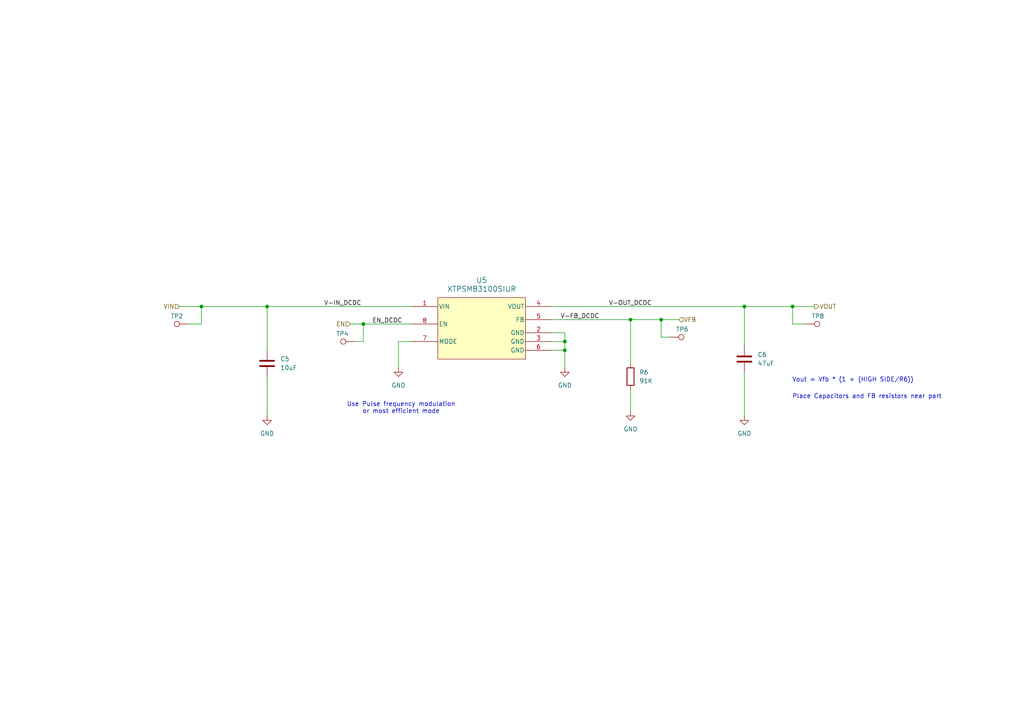
<source format=kicad_sch>
(kicad_sch (version 20250114) (generator "eeschema") (generator_version "9.0")
  (paper "A4")
  (title_block (title "LDO") (company "Benjamin Tyrrell-Davis"))
  (lib_symbols
    (symbol "Connector:TestPoint" (pin_numbers (hide yes)) (pin_names (offset 0.762) (hide yes))
      (property "Reference" "TP" (at 0 6.858 0))
      (property "Value" "TestPoint" (at 0 5.08 0))
      (symbol "TestPoint_0_1"
        (circle (center 0 3.302) (radius 0.762))
      )
      (symbol "TestPoint_1_1"
        (pin passive line (at 0 0 90) (length 2.54) (name "1") (number "1"))
      )
    )
    (symbol "Device:C" (pin_numbers (hide yes)) (pin_names (offset 0.254))
      (property "Reference" "C" (at 0.635 2.54 0))
      (property "Value" "C" (at 0.635 -2.54 0))
      (symbol "C_0_1"
        (polyline (pts (xy -2.032 0.762) (xy 2.032 0.762)) (stroke (width 0.508)))
        (polyline (pts (xy -2.032 -0.762) (xy 2.032 -0.762)) (stroke (width 0.508)))
      )
      (symbol "C_1_1"
        (pin passive line (at 0 3.81 270) (length 2.794) (name "~") (number "1"))
        (pin passive line (at 0 -3.81 90) (length 2.794) (name "~") (number "2"))
      )
    )
    (symbol "Device:R" (pin_numbers (hide yes)) (pin_names (offset 0))
      (property "Reference" "R" (at 2.032 0 90))
      (property "Value" "R" (at 0 0 90))
      (symbol "R_0_1"
        (rectangle (start -1.016 -2.54) (end 1.016 2.54) (stroke (width 0.254)))
      )
      (symbol "R_1_1"
        (pin passive line (at 0 3.81 270) (length 1.27) (name "~") (number "1"))
        (pin passive line (at 0 -3.81 90) (length 1.27) (name "~") (number "2"))
      )
    )
    (symbol "XTPSM83100SIUR:XTPSM83100SIUR" (pin_names (offset 0.254))
      (property "Reference" "U" (at 20.32 10.16 0))
      (property "Value" "XTPSM83100SIUR" (at 20.32 7.62 0))
      (symbol "XTPSM83100SIUR_0_1"
        (pin power_in line (at 0 2.54 0) (length 7.62) (name "VIN") (number "1"))
        (pin input line (at 0 -2.54 0) (length 7.62) (name "EN") (number "8"))
        (pin input line (at 0 -7.62 0) (length 7.62) (name "MODE") (number "7"))
        (pin power_in line (at 40.64 2.54 180) (length 7.62) (name "VOUT") (number "4"))
        (pin input line (at 40.64 -1.27 180) (length 7.62) (name "FB") (number "5"))
        (pin power_out line (at 40.64 -5.08 180) (length 7.62) (name "GND") (number "2"))
        (pin power_out line (at 40.64 -7.62 180) (length 7.62) (name "GND") (number "3"))
        (pin power_out line (at 40.64 -10.16 180) (length 7.62) (name "GND") (number "6"))
      )
      (symbol "XTPSM83100SIUR_1_1"
        (rectangle (start 7.62 5.08) (end 33.02 -12.7) (fill (type color) (color 255 255 194 1)))
      )
    )
    (symbol "power:GND" (power) (pin_numbers (hide yes)) (pin_names (offset 0) (hide yes))
      (property "Value" "GND" (at 0 -3.81 0))
      (symbol "GND_0_1"
        (polyline (pts (xy 0 0) (xy 0 -1.27) (xy 1.27 -1.27) (xy 0 -2.54) (xy -1.27 -1.27) (xy 0 -1.27)))
      )
      (symbol "GND_1_1"
        (pin power_in line (at 0 0 270) (length 0) (name "~") (number "1"))
      )
    )
  )
  (text "Vout = Vfb * (1 + (HIGH SIDE/R6))\n" (at 247.396 110.236 0) (effects (font (size 1.27 1.27))))
  (text "Place Capacitors and FB resistors near part\n" (at 251.46 115.062 0) (effects (font (size 1.27 1.27))))
  (text "Use Pulse frequency modulation\nor most efficient mode" (at 116.332 118.364 0) (effects (font (size 1.27 1.27))))
  (junction (at 163.83 101.6))
  (junction (at 77.47 88.9))
  (junction (at 58.42 88.9))
  (junction (at 229.87 88.9))
  (junction (at 215.9 88.9))
  (junction (at 163.83 99.06))
  (junction (at 182.88 92.71))
  (junction (at 191.77 92.71))
  (junction (at 105.41 93.98))
  (wire (pts (xy 163.83 96.52) (xy 163.83 99.06)))
  (wire (pts (xy 233.68 93.98) (xy 229.87 93.98)))
  (wire (pts (xy 115.57 99.06) (xy 115.57 106.68)))
  (wire (pts (xy 182.88 113.03) (xy 182.88 119.38)))
  (wire (pts (xy 215.9 107.95) (xy 215.9 120.65)))
  (wire (pts (xy 54.61 93.98) (xy 58.42 93.98)))
  (wire (pts (xy 58.42 88.9) (xy 77.47 88.9)))
  (wire (pts (xy 119.38 99.06) (xy 115.57 99.06)))
  (wire (pts (xy 52.07 88.9) (xy 58.42 88.9)))
  (wire (pts (xy 191.77 97.79) (xy 191.77 92.71)))
  (wire (pts (xy 215.9 88.9) (xy 215.9 100.33)))
  (wire (pts (xy 229.87 93.98) (xy 229.87 88.9)))
  (wire (pts (xy 105.41 99.06) (xy 105.41 93.98)))
  (wire (pts (xy 163.83 101.6) (xy 163.83 106.68)))
  (wire (pts (xy 77.47 101.6) (xy 77.47 88.9)))
  (wire (pts (xy 160.02 96.52) (xy 163.83 96.52)))
  (wire (pts (xy 160.02 92.71) (xy 182.88 92.71)))
  (wire (pts (xy 160.02 101.6) (xy 163.83 101.6)))
  (wire (pts (xy 194.31 97.79) (xy 191.77 97.79)))
  (wire (pts (xy 105.41 93.98) (xy 119.38 93.98)))
  (wire (pts (xy 182.88 92.71) (xy 191.77 92.71)))
  (wire (pts (xy 163.83 99.06) (xy 163.83 101.6)))
  (wire (pts (xy 58.42 93.98) (xy 58.42 88.9)))
  (wire (pts (xy 101.6 93.98) (xy 105.41 93.98)))
  (wire (pts (xy 182.88 92.71) (xy 182.88 105.41)))
  (wire (pts (xy 77.47 88.9) (xy 119.38 88.9)))
  (wire (pts (xy 77.47 109.22) (xy 77.47 120.65)))
  (wire (pts (xy 160.02 99.06) (xy 163.83 99.06)))
  (wire (pts (xy 229.87 88.9) (xy 236.22 88.9)))
  (wire (pts (xy 215.9 88.9) (xy 229.87 88.9)))
  (wire (pts (xy 191.77 92.71) (xy 196.85 92.71)))
  (wire (pts (xy 160.02 88.9) (xy 215.9 88.9)))
  (wire (pts (xy 102.87 99.06) (xy 105.41 99.06)))
  (label "V-OUT_DCDC" (at 176.53 88.9 0))
  (label "V-FB_DCDC" (at 162.56 92.71 0))
  (label "EN_DCDC" (at 107.95 93.98 0))
  (label "V-IN_DCDC" (at 93.98 88.9 0))
  (hierarchical_label "EN" (shape input) (at 101.6 93.98 180))
  (hierarchical_label "VOUT" (shape output) (at 236.22 88.9 0))
  (hierarchical_label "VIN" (shape input) (at 52.07 88.9 180))
  (hierarchical_label "VFB" (shape input) (at 196.85 92.71 0))
  (symbol (lib_id "power:GND") (at 182.88 119.38 0) (unit 1)
    (property "Reference" "#PWR013" (effects (hide yes)))
    (property "Value" "GND" (at 182.88 124.46 0))
    (property "Description" "Power symbol creates a global label with name \"GND\" , ground" (effects (hide yes)))
  )
  (symbol (lib_id "Connector:TestPoint") (at 102.87 99.06 90) (unit 1)
    (property "Reference" "TP4" (at 99.314 96.774 90))
    (property "Value" "TestPoint" (effects (hide yes)))
    (property "Description" "test point" (effects (hide yes)))
  )
  (symbol (lib_id "Device:C") (at 215.9 104.14 0) (unit 1)
    (property "Reference" "C6" (at 219.71 102.8699 0) (effects (justify left)))
    (property "Value" "47uF" (at 219.71 105.4099 0) (effects (justify left)))
    (property "Footprint" "Capacitor_SMD:C_0603_1608Metric" (effects (hide yes)))
    (property "Description" "Unpolarized capacitor" (effects (hide yes)))
    (property "Part" "CL10A476MQ8QRN" (effects (hide yes)))
  )
  (symbol (lib_id "power:GND") (at 163.83 106.68 0) (unit 1)
    (property "Reference" "#PWR012" (effects (hide yes)))
    (property "Value" "GND" (at 163.83 111.76 0))
    (property "Description" "Power symbol creates a global label with name \"GND\" , ground" (effects (hide yes)))
  )
  (symbol (lib_id "Connector:TestPoint") (at 233.68 93.98 270) (mirror x) (unit 1)
    (property "Reference" "TP8" (at 237.236 91.694 90))
    (property "Value" "TestPoint" (effects (hide yes)))
    (property "Description" "test point" (effects (hide yes)))
  )
  (symbol (lib_id "Connector:TestPoint") (at 54.61 93.98 90) (unit 1)
    (property "Reference" "TP2" (at 51.308 91.694 90))
    (property "Value" "TestPoint" (effects (hide yes)))
    (property "Description" "test point" (effects (hide yes)))
  )
  (symbol (lib_id "power:GND") (at 115.57 106.68 0) (unit 1)
    (property "Reference" "#PWR011" (effects (hide yes)))
    (property "Value" "GND" (at 115.57 111.76 0))
    (property "Description" "Power symbol creates a global label with name \"GND\" , ground" (effects (hide yes)))
  )
  (symbol (lib_id "power:GND") (at 215.9 120.65 0) (unit 1)
    (property "Reference" "#PWR014" (effects (hide yes)))
    (property "Value" "GND" (at 215.9 125.73 0))
    (property "Description" "Power symbol creates a global label with name \"GND\" , ground" (effects (hide yes)))
  )
  (symbol (lib_id "XTPSM83100SIUR:XTPSM83100SIUR") (at 119.38 91.44 0) (unit 1)
    (property "Reference" "U5" (at 139.7 81.28 0) (effects (font (size 1.524 1.524))))
    (property "Value" "XTPSM83100SIUR" (at 139.7 83.82 0) (effects (font (size 1.524 1.524))))
    (property "Footprint" "MICROSIP8_SIU_TEX" (effects (hide yes)))
    (property "Datasheet" "XTPSM83100SIUR" (effects (hide yes)))
  )
  (symbol (lib_id "power:GND") (at 77.47 120.65 0) (unit 1)
    (property "Reference" "#PWR010" (effects (hide yes)))
    (property "Value" "GND" (at 77.47 125.73 0))
    (property "Description" "Power symbol creates a global label with name \"GND\" , ground" (effects (hide yes)))
  )
  (symbol (lib_id "Connector:TestPoint") (at 194.31 97.79 270) (mirror x) (unit 1)
    (property "Reference" "TP6" (at 197.866 95.504 90))
    (property "Value" "TestPoint" (effects (hide yes)))
    (property "Description" "test point" (effects (hide yes)))
  )
  (symbol (lib_id "Device:C") (at 77.47 105.41 0) (unit 1)
    (property "Reference" "C5" (at 81.28 104.1399 0) (effects (justify left)))
    (property "Value" "10uF" (at 81.28 106.6799 0) (effects (justify left)))
    (property "Footprint" "Capacitor_SMD:C_0603_1608Metric" (effects (hide yes)))
    (property "Description" "Unpolarized capacitor" (effects (hide yes)))
    (property "Part" "GRM188R61A106ME69" (effects (hide yes)))
  )
  (symbol (lib_id "Device:R") (at 182.88 109.22 0) (unit 1)
    (property "Reference" "R6" (at 185.42 107.9499 0) (effects (justify left)))
    (property "Value" "91K" (at 185.42 110.4899 0) (effects (justify left)))
    (property "Footprint" "Resistor_SMD:R_0402_1005Metric" (effects (hide yes)))
    (property "Description" "Resistor" (effects (hide yes)))
  )
)
</source>
